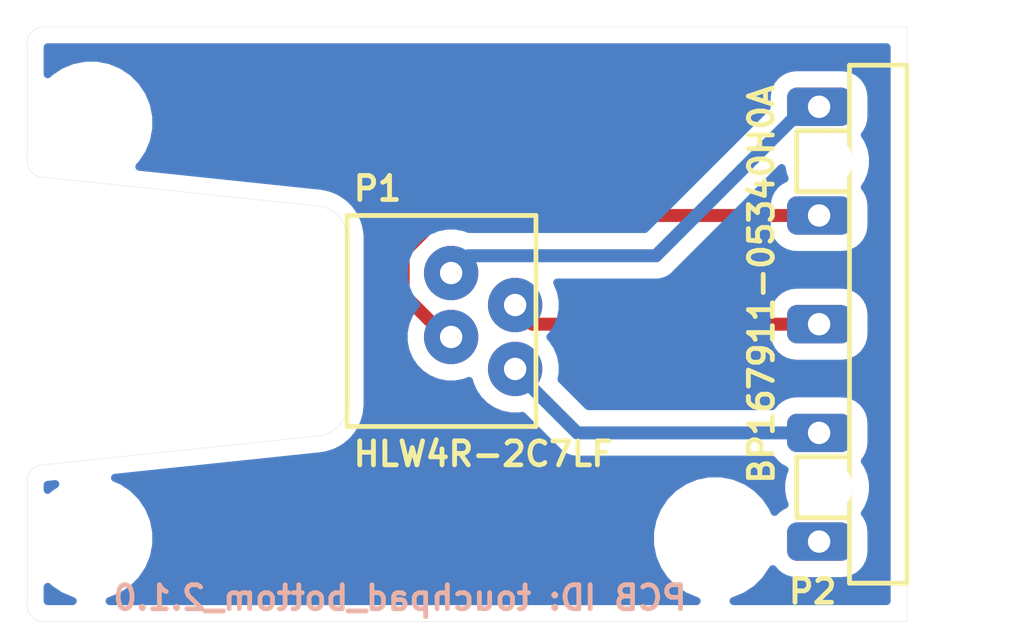
<source format=kicad_pcb>
(kicad_pcb (version 20171130) (host pcbnew 5.1.6-c6e7f7d~87~ubuntu18.04.1)

  (general
    (thickness 1.6)
    (drawings 18)
    (tracks 15)
    (zones 0)
    (modules 6)
    (nets 6)
  )

  (page A3)
  (title_block
    (title "UHK Touchpad Module - Bottom Board")
    (rev 2.1.0)
    (company "Ultimate Gadget Laboratories Kft.")
  )

  (layers
    (0 F.Cu signal)
    (31 B.Cu signal)
    (32 B.Adhes user)
    (33 F.Adhes user)
    (34 B.Paste user)
    (35 F.Paste user)
    (36 B.SilkS user)
    (37 F.SilkS user)
    (38 B.Mask user)
    (39 F.Mask user)
    (40 Dwgs.User user)
    (41 Cmts.User user)
    (42 Eco1.User user)
    (43 Eco2.User user)
    (44 Edge.Cuts user)
    (45 Margin user)
    (46 B.CrtYd user)
    (47 F.CrtYd user)
  )

  (setup
    (last_trace_width 0.4064)
    (user_trace_width 0.4064)
    (trace_clearance 0.2032)
    (zone_clearance 0.508)
    (zone_45_only no)
    (trace_min 0.2032)
    (via_size 0.889)
    (via_drill 0.635)
    (via_min_size 0.889)
    (via_min_drill 0.508)
    (uvia_size 0.508)
    (uvia_drill 0.127)
    (uvias_allowed no)
    (uvia_min_size 0.508)
    (uvia_min_drill 0.127)
    (edge_width 0.1)
    (segment_width 0.2)
    (pcb_text_width 0.3)
    (pcb_text_size 1.5 1.5)
    (mod_edge_width 0.15)
    (mod_text_size 0.75 0.75)
    (mod_text_width 0.15)
    (pad_size 1.5 1.5)
    (pad_drill 0.6)
    (pad_to_mask_clearance 0)
    (aux_axis_origin 0 0)
    (visible_elements 7FFFEF7F)
    (pcbplotparams
      (layerselection 0x010f0_ffffffff)
      (usegerberextensions false)
      (usegerberattributes false)
      (usegerberadvancedattributes false)
      (creategerberjobfile false)
      (excludeedgelayer true)
      (linewidth 0.150000)
      (plotframeref false)
      (viasonmask false)
      (mode 1)
      (useauxorigin false)
      (hpglpennumber 1)
      (hpglpenspeed 20)
      (hpglpendiameter 15.000000)
      (psnegative false)
      (psa4output false)
      (plotreference true)
      (plotvalue true)
      (plotinvisibletext false)
      (padsonsilk false)
      (subtractmaskfromsilk true)
      (outputformat 1)
      (mirror false)
      (drillshape 0)
      (scaleselection 1)
      (outputdirectory "gerbers"))
  )

  (net 0 "")
  (net 1 /VCC)
  (net 2 /SDA)
  (net 3 /SCL)
  (net 4 /GND)
  (net 5 /MERGE_SENSE)

  (net_class Default "This is the default net class."
    (clearance 0.2032)
    (trace_width 0.2032)
    (via_dia 0.889)
    (via_drill 0.635)
    (uvia_dia 0.508)
    (uvia_drill 0.127)
    (diff_pair_width 0.2032)
    (diff_pair_gap 0.25)
    (add_net /GND)
    (add_net /MERGE_SENSE)
    (add_net /SCL)
    (add_net /SDA)
    (add_net /VCC)
  )

  (module UGL:HLW4R-2C7LF locked (layer F.Cu) (tedit 5F281313) (tstamp 5EC14D4A)
    (at 207.85 143.04 270)
    (descr "FFC connector")
    (path /5D20FAD2)
    (fp_text reference P1 (at -4.139999 -0.95 180) (layer F.SilkS)
      (effects (font (size 0.75 0.75) (thickness 0.15)))
    )
    (fp_text value HLW4R-2C7LF (at 4.160001 -4.25 180) (layer F.SilkS)
      (effects (font (size 0.75 0.75) (thickness 0.15)))
    )
    (fp_line (start -3.3 -5.9) (end 3.3 -5.9) (layer F.SilkS) (width 0.15))
    (fp_line (start 3.3 0) (end 3.3 -5.9) (layer F.SilkS) (width 0.15))
    (fp_line (start -3.3 0) (end -3.3 -5.9) (layer F.SilkS) (width 0.15))
    (fp_line (start -3.3 0) (end 3.3 0) (layer F.SilkS) (width 0.15))
    (pad 1 thru_hole circle (at 1.5 -5.25 270) (size 1.7 1.7) (drill 0.7) (layers *.Cu *.Mask)
      (net 4 /GND))
    (pad 2 thru_hole circle (at 0.5 -3.25 270) (size 1.7 1.7) (drill 0.7) (layers *.Cu *.Mask)
      (net 2 /SDA))
    (pad 3 thru_hole circle (at -0.5 -5.25 270) (size 1.7 1.7) (drill 0.7) (layers *.Cu *.Mask)
      (net 3 /SCL))
    (pad 4 thru_hole circle (at -1.5 -3.25 270) (size 1.7 1.7) (drill 0.7) (layers *.Cu *.Mask)
      (net 1 /VCC))
  )

  (module UGL:hole_2.8mm locked (layer F.Cu) (tedit 5EC1543E) (tstamp 5295D75B)
    (at 219.35 149.839996)
    (attr virtual)
    (fp_text reference "" (at 0 0) (layer F.SilkS)
      (effects (font (size 1.27 1.27) (thickness 0.15)))
    )
    (fp_text value "" (at 0 0) (layer F.SilkS)
      (effects (font (size 1.27 1.27) (thickness 0.15)))
    )
    (pad "" np_thru_hole circle (at 0 0) (size 2.8 2.8) (drill 2.8) (layers *.Cu *.Mask))
  )

  (module UGL:hole_2.8mm locked (layer F.Cu) (tedit 5EC1543E) (tstamp 5295D75B)
    (at 199.85 149.839996)
    (attr virtual)
    (fp_text reference "" (at 0 0) (layer F.SilkS)
      (effects (font (size 1.27 1.27) (thickness 0.15)))
    )
    (fp_text value "" (at 0 0) (layer F.SilkS)
      (effects (font (size 1.27 1.27) (thickness 0.15)))
    )
    (pad "" np_thru_hole circle (at 0 0) (size 2.8 2.8) (drill 2.8) (layers *.Cu *.Mask))
  )

  (module UGL:hole_2.8mm locked (layer F.Cu) (tedit 5EC1543E) (tstamp 5295D75B)
    (at 199.85 136.839997)
    (attr virtual)
    (fp_text reference "" (at 0 0) (layer F.SilkS)
      (effects (font (size 1.27 1.27) (thickness 0.15)))
    )
    (fp_text value "" (at 0 0) (layer F.SilkS)
      (effects (font (size 1.27 1.27) (thickness 0.15)))
    )
    (pad "" np_thru_hole circle (at 0 0) (size 2.8 2.8) (drill 2.8) (layers *.Cu *.Mask))
  )

  (module UGL:UHK_Logo_12x3.4_mm (layer B.Cu) (tedit 0) (tstamp 5EC14995)
    (at 211.1 136.7 180)
    (attr virtual)
    (fp_text reference G*** (at 0 0) (layer B.SilkS) hide
      (effects (font (size 1.524 1.524) (thickness 0.3)) (justify mirror))
    )
    (fp_text value LOGO (at 0.75 0) (layer B.SilkS) hide
      (effects (font (size 1.524 1.524) (thickness 0.3)) (justify mirror))
    )
    (fp_poly (pts (xy 2.621935 -1.146433) (xy 2.621878 -1.230521) (xy 2.623023 -1.294078) (xy 2.62735 -1.339968)
      (xy 2.636834 -1.371056) (xy 2.653454 -1.390208) (xy 2.679187 -1.400289) (xy 2.71601 -1.404165)
      (xy 2.765901 -1.4047) (xy 2.800116 -1.404608) (xy 2.926267 -1.404608) (xy 2.926267 -0.9247)
      (xy 3.055023 -0.9247) (xy 3.055005 -1.255368) (xy 3.054859 -1.353899) (xy 3.054331 -1.431859)
      (xy 3.053262 -1.492085) (xy 3.051496 -1.537416) (xy 3.048877 -1.57069) (xy 3.045248 -1.594743)
      (xy 3.040451 -1.612415) (xy 3.034521 -1.626172) (xy 3.015706 -1.658417) (xy 2.994476 -1.681734)
      (xy 2.966678 -1.697742) (xy 2.928157 -1.708058) (xy 2.874759 -1.714299) (xy 2.802331 -1.718081)
      (xy 2.798038 -1.718238) (xy 2.645346 -1.723752) (xy 2.645346 -1.591889) (xy 2.77176 -1.591889)
      (xy 2.835594 -1.59085) (xy 2.879515 -1.587017) (xy 2.90696 -1.579316) (xy 2.921363 -1.566674)
      (xy 2.926159 -1.548017) (xy 2.926267 -1.543591) (xy 2.924087 -1.535606) (xy 2.915241 -1.529849)
      (xy 2.896269 -1.525831) (xy 2.863713 -1.523063) (xy 2.814112 -1.521054) (xy 2.756736 -1.519596)
      (xy 2.587204 -1.515806) (xy 2.550193 -1.478761) (xy 2.53277 -1.458651) (xy 2.519334 -1.435395)
      (xy 2.509373 -1.405792) (xy 2.502375 -1.366642) (xy 2.497828 -1.314746) (xy 2.49522 -1.246903)
      (xy 2.49404 -1.159914) (xy 2.493877 -1.126613) (xy 2.49318 -0.9247) (xy 2.621935 -0.9247)
      (xy 2.621935 -1.146433)) (layer B.Mask) (width 0.01))
    (fp_poly (pts (xy 0.035115 1.682544) (xy 0.033666 1.652744) (xy 0.02982 1.608194) (xy 0.024333 1.557344)
      (xy 0.022809 1.544762) (xy -0.014127 1.326161) (xy -0.069282 1.11562) (xy -0.141711 0.915805)
      (xy -0.23047 0.729383) (xy -0.317346 0.584504) (xy -0.373751 0.507921) (xy -0.443438 0.426154)
      (xy -0.521137 0.344522) (xy -0.601581 0.268345) (xy -0.679503 0.202942) (xy -0.734493 0.163256)
      (xy -0.775327 0.135817) (xy -0.80751 0.113054) (xy -0.826862 0.097989) (xy -0.830582 0.093783)
      (xy -0.821137 0.085227) (xy -0.796501 0.067877) (xy -0.761493 0.045082) (xy -0.751573 0.038855)
      (xy -0.623753 -0.053508) (xy -0.502449 -0.166414) (xy -0.389494 -0.297471) (xy -0.286727 -0.444284)
      (xy -0.195981 -0.604459) (xy -0.119094 -0.775602) (xy -0.111011 -0.796435) (xy -0.083083 -0.87758)
      (xy -0.055691 -0.971657) (xy -0.029962 -1.07335) (xy -0.00702 -1.177342) (xy 0.01201 -1.278318)
      (xy 0.026005 -1.37096) (xy 0.033838 -1.449951) (xy 0.035115 -1.487143) (xy 0.035115 -1.521659)
      (xy -0.433088 -1.521659) (xy -0.43332 -1.436797) (xy -0.443613 -1.282989) (xy -0.472591 -1.128027)
      (xy -0.518641 -0.977213) (xy -0.580153 -0.835844) (xy -0.653848 -0.711624) (xy -0.708203 -0.641365)
      (xy -0.775441 -0.567187) (xy -0.848869 -0.495744) (xy -0.921791 -0.433695) (xy -0.965668 -0.401605)
      (xy -1.091697 -0.327389) (xy -1.233271 -0.262459) (xy -1.383576 -0.209162) (xy -1.5358 -0.169849)
      (xy -1.683128 -0.146867) (xy -1.711866 -0.144403) (xy -1.814286 -0.136955) (xy -1.814286 -1.521659)
      (xy -2.282489 -1.521659) (xy -2.282489 -0.14046) (xy -3.675392 -0.14046) (xy -3.675392 -0.303038)
      (xy -3.684874 -0.485047) (xy -3.71291 -0.655463) (xy -3.758885 -0.813402) (xy -3.822182 -0.95798)
      (xy -3.902186 -1.088313) (xy -3.99828 -1.203516) (xy -4.10985 -1.302704) (xy -4.236279 -1.384995)
      (xy -4.376952 -1.449503) (xy -4.500599 -1.488033) (xy -4.565675 -1.500303) (xy -4.647519 -1.509486)
      (xy -4.739672 -1.515406) (xy -4.835675 -1.517887) (xy -4.929068 -1.516754) (xy -5.013392 -1.51183)
      (xy -5.077785 -1.503736) (xy -5.218118 -1.472023) (xy -5.341827 -1.428095) (xy -5.453511 -1.369619)
      (xy -5.557769 -1.294258) (xy -5.641843 -1.217327) (xy -5.737021 -1.109562) (xy -5.815931 -0.991937)
      (xy -5.880066 -0.861531) (xy -5.930921 -0.715424) (xy -5.961672 -0.591778) (xy -5.965902 -0.571433)
      (xy -5.969627 -0.551591) (xy -5.97288 -0.530699) (xy -5.975693 -0.507206) (xy -5.978098 -0.479559)
      (xy -5.980129 -0.446206) (xy -5.981816 -0.405595) (xy -5.983193 -0.356173) (xy -5.984293 -0.296388)
      (xy -5.985146 -0.224689) (xy -5.985786 -0.139522) (xy -5.986245 -0.039336) (xy -5.986555 0.077421)
      (xy -5.986748 0.212302) (xy -5.986858 0.36686) (xy -5.986916 0.542645) (xy -5.986932 0.620369)
      (xy -5.987143 1.714793) (xy -5.756256 1.717966) (xy -5.525369 1.721137) (xy -5.522006 0.617689)
      (xy -5.521455 0.427751) (xy -5.520962 0.259693) (xy -5.52043 0.111983) (xy -5.51976 -0.016908)
      (xy -5.518851 -0.128511) (xy -5.517607 -0.224355) (xy -5.515927 -0.305972) (xy -5.513713 -0.374892)
      (xy -5.510866 -0.432645) (xy -5.507287 -0.480761) (xy -5.502878 -0.520771) (xy -5.497539 -0.554204)
      (xy -5.491171 -0.582592) (xy -5.483677 -0.607465) (xy -5.474956 -0.630353) (xy -5.46491 -0.652786)
      (xy -5.453441 -0.676294) (xy -5.440449 -0.702408) (xy -5.436165 -0.711133) (xy -5.374017 -0.812597)
      (xy -5.294822 -0.898571) (xy -5.200089 -0.967835) (xy -5.091326 -1.01917) (xy -5.031724 -1.037848)
      (xy -4.964251 -1.05017) (xy -4.882779 -1.056615) (xy -4.795911 -1.057203) (xy -4.712246 -1.051951)
      (xy -4.640386 -1.040878) (xy -4.624438 -1.036978) (xy -4.507853 -0.995004) (xy -4.407363 -0.936193)
      (xy -4.32235 -0.859993) (xy -4.252192 -0.765853) (xy -4.197627 -0.656578) (xy -4.186824 -0.629689)
      (xy -4.177274 -0.604371) (xy -4.168901 -0.579075) (xy -4.161626 -0.552248) (xy -4.155373 -0.52234)
      (xy -4.150065 -0.487799) (xy -4.145623 -0.447074) (xy -4.141972 -0.398614) (xy -4.139032 -0.340868)
      (xy -4.136728 -0.272284) (xy -4.134982 -0.191311) (xy -4.133716 -0.096399) (xy -4.132853 0.014005)
      (xy -4.132317 0.14145) (xy -4.132029 0.28749) (xy -4.131912 0.453674) (xy -4.13189 0.641553)
      (xy -4.13189 1.720645) (xy -3.675392 1.720645) (xy -3.675392 0.327742) (xy -2.282489 0.327742)
      (xy -2.282489 1.721139) (xy -2.051313 1.717967) (xy -1.820138 1.714793) (xy -1.817119 1.019764)
      (xy -1.814099 0.324736) (xy -1.729331 0.332992) (xy -1.547289 0.360099) (xy -1.371732 0.404726)
      (xy -1.205542 0.465685) (xy -1.051601 0.541786) (xy -0.912792 0.631841) (xy -0.820365 0.70781)
      (xy -0.735312 0.797427) (xy -0.655663 0.904271) (xy -0.585229 1.022213) (xy -0.527819 1.145125)
      (xy -0.499631 1.223697) (xy -0.472294 1.320696) (xy -0.453176 1.414012) (xy -0.440518 1.5136)
      (xy -0.43459 1.59189) (xy -0.427235 1.714793) (xy -0.19606 1.717967) (xy 0.035115 1.721139)
      (xy 0.035115 1.682544)) (layer B.Mask) (width 0.01))
    (fp_poly (pts (xy 1.205622 -0.83106) (xy 1.206255 -0.887609) (xy 1.207987 -0.934557) (xy 1.210568 -0.967576)
      (xy 1.213747 -0.98234) (xy 1.214401 -0.982724) (xy 1.225836 -0.97566) (xy 1.252785 -0.956206)
      (xy 1.292403 -0.926503) (xy 1.341846 -0.88869) (xy 1.398273 -0.844907) (xy 1.416313 -0.830789)
      (xy 1.609447 -0.679356) (xy 1.706014 -0.679125) (xy 1.750246 -0.679486) (xy 1.783821 -0.680649)
      (xy 1.801283 -0.682391) (xy 1.802581 -0.683071) (xy 1.793625 -0.690925) (xy 1.768313 -0.711072)
      (xy 1.728978 -0.741709) (xy 1.677953 -0.78103) (xy 1.617572 -0.827231) (xy 1.550168 -0.878509)
      (xy 1.53391 -0.890836) (xy 1.465145 -0.943189) (xy 1.402847 -0.991091) (xy 1.349358 -1.032702)
      (xy 1.307024 -1.066181) (xy 1.278188 -1.089688) (xy 1.265195 -1.101382) (xy 1.264694 -1.102197)
      (xy 1.2735 -1.11101) (xy 1.298652 -1.132078) (xy 1.337814 -1.163551) (xy 1.38865 -1.203576)
      (xy 1.448825 -1.250302) (xy 1.516002 -1.301877) (xy 1.530438 -1.312888) (xy 1.796728 -1.515806)
      (xy 1.699616 -1.519215) (xy 1.602504 -1.522623) (xy 1.406989 -1.370583) (xy 1.211475 -1.218544)
      (xy 1.208209 -1.370101) (xy 1.204943 -1.521659) (xy 1.076866 -1.521659) (xy 1.076866 -0.678894)
      (xy 1.205622 -0.678894) (xy 1.205622 -0.83106)) (layer B.Mask) (width 0.01))
    (fp_poly (pts (xy 2.241422 -0.926329) (xy 2.276901 -0.928087) (xy 2.30186 -0.93186) (xy 2.320592 -0.938059)
      (xy 2.33739 -0.947093) (xy 2.338792 -0.947959) (xy 2.379577 -0.986538) (xy 2.403162 -1.040342)
      (xy 2.409111 -1.10826) (xy 2.408 -1.125086) (xy 2.400028 -1.178103) (xy 2.385028 -1.217856)
      (xy 2.359973 -1.246319) (xy 2.321837 -1.265465) (xy 2.26759 -1.277268) (xy 2.194205 -1.283701)
      (xy 2.162511 -1.285082) (xy 2.024977 -1.290023) (xy 2.024977 -1.158802) (xy 2.135218 -1.158802)
      (xy 2.19624 -1.158235) (xy 2.237635 -1.155621) (xy 2.263178 -1.14959) (xy 2.276641 -1.138768)
      (xy 2.281799 -1.121786) (xy 2.282488 -1.105288) (xy 2.279392 -1.079258) (xy 2.267806 -1.061299)
      (xy 2.244279 -1.050012) (xy 2.205365 -1.043996) (xy 2.147615 -1.04185) (xy 2.126076 -1.041751)
      (xy 2.070095 -1.042182) (xy 2.030389 -1.045764) (xy 2.004161 -1.055926) (xy 1.988617 -1.0761)
      (xy 1.980965 -1.109714) (xy 1.978409 -1.1602) (xy 1.978157 -1.223352) (xy 1.978285 -1.286689)
      (xy 1.980746 -1.333249) (xy 1.988658 -1.36561) (xy 2.005136 -1.386348) (xy 2.033297 -1.398042)
      (xy 2.076258 -1.403269) (xy 2.137135 -1.404606) (xy 2.197305 -1.404608) (xy 2.364424 -1.404608)
      (xy 2.364424 -1.521659) (xy 2.167169 -1.521659) (xy 2.094279 -1.52148) (xy 2.040791 -1.520641)
      (xy 2.002698 -1.518692) (xy 1.975993 -1.51518) (xy 1.956668 -1.509655) (xy 1.940716 -1.501664)
      (xy 1.930312 -1.494971) (xy 1.906494 -1.477534) (xy 1.888838 -1.459437) (xy 1.876502 -1.437047)
      (xy 1.86864 -1.406732) (xy 1.864408 -1.364861) (xy 1.862964 -1.307801) (xy 1.863462 -1.231921)
      (xy 1.863805 -1.208743) (xy 1.866958 -1.007026) (xy 1.905193 -0.968789) (xy 1.943427 -0.930553)
      (xy 2.121736 -0.927219) (xy 2.191132 -0.926176) (xy 2.241422 -0.926329)) (layer B.Mask) (width 0.01))
    (fp_poly (pts (xy 3.277419 -1.381777) (xy 3.309608 -1.394126) (xy 3.339349 -1.40054) (xy 3.381859 -1.403637)
      (xy 3.430993 -1.403722) (xy 3.480606 -1.4011) (xy 3.524552 -1.396074) (xy 3.556685 -1.388951)
      (xy 3.570306 -1.381198) (xy 3.574538 -1.363261) (xy 3.578055 -1.327028) (xy 3.58051 -1.277613)
      (xy 3.581558 -1.220126) (xy 3.581572 -1.214812) (xy 3.581438 -1.147949) (xy 3.578726 -1.10098)
      (xy 3.57025 -1.070396) (xy 3.552828 -1.052689) (xy 3.523275 -1.04435) (xy 3.478406 -1.041871)
      (xy 3.424502 -1.041751) (xy 3.312534 -1.041751) (xy 3.312534 -0.9247) (xy 3.453577 -0.9247)
      (xy 3.530354 -0.925982) (xy 3.589705 -0.931594) (xy 3.633856 -0.944186) (xy 3.665036 -0.966407)
      (xy 3.685475 -1.000907) (xy 3.697401 -1.050334) (xy 3.703042 -1.117339) (xy 3.704628 -1.20457)
      (xy 3.704654 -1.223179) (xy 3.703566 -1.314435) (xy 3.698663 -1.38497) (xy 3.687485 -1.437432)
      (xy 3.667573 -1.47447) (xy 3.636467 -1.498735) (xy 3.591708 -1.512875) (xy 3.530838 -1.519539)
      (xy 3.451396 -1.521377) (xy 3.427816 -1.521392) (xy 3.357425 -1.520562) (xy 3.306022 -1.518053)
      (xy 3.269218 -1.513422) (xy 3.242624 -1.506226) (xy 3.231959 -1.501614) (xy 3.192252 -1.469448)
      (xy 3.170764 -1.434576) (xy 3.164566 -1.419039) (xy 3.159664 -1.400937) (xy 3.155908 -1.377473)
      (xy 3.153144 -1.34585) (xy 3.151222 -1.303271) (xy 3.149988 -1.246939) (xy 3.14929 -1.174057)
      (xy 3.148977 -1.081829) (xy 3.148921 -1.032972) (xy 3.148663 -0.678894) (xy 3.277419 -0.678894)
      (xy 3.277419 -1.381777)) (layer B.Mask) (width 0.01))
    (fp_poly (pts (xy 4.162543 -0.925684) (xy 4.228163 -0.930343) (xy 4.276827 -0.941405) (xy 4.311059 -0.961552)
      (xy 4.333378 -0.993466) (xy 4.346306 -1.039832) (xy 4.352364 -1.103331) (xy 4.354074 -1.186646)
      (xy 4.354113 -1.219133) (xy 4.353555 -1.298979) (xy 4.351423 -1.359151) (xy 4.346785 -1.403376)
      (xy 4.338707 -1.435382) (xy 4.326257 -1.458895) (xy 4.308502 -1.477644) (xy 4.28508 -1.494971)
      (xy 4.267231 -1.5058) (xy 4.248358 -1.513237) (xy 4.223776 -1.517911) (xy 4.188804 -1.520449)
      (xy 4.138758 -1.521479) (xy 4.086264 -1.52164) (xy 4.016776 -1.52103) (xy 3.966118 -1.518907)
      (xy 3.929733 -1.514805) (xy 3.903064 -1.508257) (xy 3.886083 -1.501157) (xy 3.857345 -1.483636)
      (xy 3.836039 -1.461509) (xy 3.821122 -1.431273) (xy 3.811553 -1.389425) (xy 3.806289 -1.33246)
      (xy 3.804288 -1.256875) (xy 3.804166 -1.22573) (xy 3.804264 -1.218197) (xy 3.932902 -1.218197)
      (xy 3.932903 -1.22301) (xy 3.933243 -1.287476) (xy 3.934577 -1.332429) (xy 3.937376 -1.361757)
      (xy 3.942113 -1.379351) (xy 3.949259 -1.3891) (xy 3.953387 -1.391965) (xy 3.979344 -1.399459)
      (xy 4.02095 -1.403676) (xy 4.071103 -1.40477) (xy 4.122705 -1.402895) (xy 4.168655 -1.398203)
      (xy 4.201853 -1.390849) (xy 4.21122 -1.386387) (xy 4.222104 -1.377341) (xy 4.229442 -1.365356)
      (xy 4.233928 -1.346079) (xy 4.236258 -1.315159) (xy 4.237126 -1.268241) (xy 4.237235 -1.223352)
      (xy 4.236883 -1.154625) (xy 4.233966 -1.105876) (xy 4.225689 -1.073676) (xy 4.209257 -1.054594)
      (xy 4.181877 -1.045199) (xy 4.140754 -1.042061) (xy 4.089316 -1.041751) (xy 4.030047 -1.041925)
      (xy 3.988014 -1.044733) (xy 3.96026 -1.053601) (xy 3.943829 -1.071955) (xy 3.935763 -1.103221)
      (xy 3.933106 -1.150827) (xy 3.932902 -1.218197) (xy 3.804264 -1.218197) (xy 3.805366 -1.134036)
      (xy 3.810584 -1.063062) (xy 3.822212 -1.010172) (xy 3.842641 -0.972733) (xy 3.874264 -0.948109)
      (xy 3.919472 -0.933665) (xy 3.980658 -0.926768) (xy 4.060214 -0.924783) (xy 4.077448 -0.924744)
      (xy 4.162543 -0.925684)) (layer B.Mask) (width 0.01))
    (fp_poly (pts (xy 4.705242 -0.926888) (xy 4.915738 -0.930553) (xy 4.953975 -0.968789) (xy 4.992212 -1.007026)
      (xy 4.995511 -1.208743) (xy 4.996525 -1.282872) (xy 4.996555 -1.337535) (xy 4.995261 -1.376669)
      (xy 4.992304 -1.40421) (xy 4.987345 -1.424094) (xy 4.980044 -1.440257) (xy 4.97477 -1.449206)
      (xy 4.953908 -1.476389) (xy 4.927613 -1.496077) (xy 4.892086 -1.509353) (xy 4.843527 -1.5173)
      (xy 4.778137 -1.520999) (xy 4.720445 -1.52164) (xy 4.652552 -1.520935) (xy 4.603293 -1.518498)
      (xy 4.567921 -1.51382) (xy 4.541692 -1.506391) (xy 4.529862 -1.501157) (xy 4.490172 -1.469227)
      (xy 4.463179 -1.423127) (xy 4.449177 -1.368542) (xy 4.448459 -1.311155) (xy 4.46132 -1.256652)
      (xy 4.488055 -1.210718) (xy 4.513633 -1.187727) (xy 4.532718 -1.177581) (xy 4.557678 -1.170462)
      (xy 4.593267 -1.165647) (xy 4.644234 -1.162411) (xy 4.690806 -1.160721) (xy 4.834193 -1.156394)
      (xy 4.834193 -1.287557) (xy 4.710913 -1.287557) (xy 4.655838 -1.287845) (xy 4.619667 -1.289301)
      (xy 4.597894 -1.292819) (xy 4.586017 -1.299289) (xy 4.579529 -1.309603) (xy 4.577843 -1.313894)
      (xy 4.57241 -1.341808) (xy 4.574003 -1.357788) (xy 4.585519 -1.378767) (xy 4.605871 -1.392654)
      (xy 4.639131 -1.400706) (xy 4.68937 -1.404186) (xy 4.725232 -1.404608) (xy 4.783671 -1.4038)
      (xy 4.825298 -1.399113) (xy 4.852964 -1.387155) (xy 4.869519 -1.364533) (xy 4.877812 -1.327856)
      (xy 4.880692 -1.27373) (xy 4.881014 -1.219141) (xy 4.880923 -1.156578) (xy 4.878553 -1.110758)
      (xy 4.870756 -1.079081) (xy 4.854382 -1.058942) (xy 4.826285 -1.047738) (xy 4.783316 -1.042867)
      (xy 4.722327 -1.041725) (xy 4.666475 -1.041751) (xy 4.494746 -1.041751) (xy 4.494746 -0.923222)
      (xy 4.705242 -0.926888)) (layer B.Mask) (width 0.01))
    (fp_poly (pts (xy 5.372627 -1.041751) (xy 5.314937 -1.041751) (xy 5.28421 -1.042331) (xy 5.260992 -1.045989)
      (xy 5.24423 -1.055601) (xy 5.232874 -1.074044) (xy 5.225871 -1.104194) (xy 5.222169 -1.148929)
      (xy 5.220716 -1.211124) (xy 5.220461 -1.293656) (xy 5.220461 -1.521659) (xy 5.10341 -1.521659)
      (xy 5.10341 -1.280547) (xy 5.103891 -1.187498) (xy 5.10578 -1.114866) (xy 5.109749 -1.059668)
      (xy 5.116466 -1.018924) (xy 5.126602 -0.989651) (xy 5.140827 -0.968868) (xy 5.159812 -0.953593)
      (xy 5.17924 -0.943162) (xy 5.217353 -0.931811) (xy 5.268963 -0.925494) (xy 5.295386 -0.9247)
      (xy 5.372627 -0.9247) (xy 5.372627 -1.041751)) (layer B.Mask) (width 0.01))
    (fp_poly (pts (xy 5.937396 -0.681208) (xy 5.998848 -0.684746) (xy 6.0024 -0.983225) (xy 6.003521 -1.096349)
      (xy 6.003745 -1.188632) (xy 6.002809 -1.262637) (xy 6.000448 -1.320927) (xy 5.996399 -1.366063)
      (xy 5.990397 -1.400606) (xy 5.982178 -1.427119) (xy 5.971478 -1.448163) (xy 5.958033 -1.466301)
      (xy 5.951881 -1.473258) (xy 5.912918 -1.515806) (xy 5.739339 -1.518706) (xy 5.662635 -1.519275)
      (xy 5.605768 -1.517897) (xy 5.565226 -1.514343) (xy 5.5375 -1.508387) (xy 5.528602 -1.505011)
      (xy 5.500608 -1.490146) (xy 5.479866 -1.471743) (xy 5.465211 -1.446202) (xy 5.455473 -1.409923)
      (xy 5.449485 -1.359307) (xy 5.44608 -1.290753) (xy 5.444949 -1.247141) (xy 5.444139 -1.161094)
      (xy 5.44638 -1.094877) (xy 5.452457 -1.045017) (xy 5.463158 -1.008046) (xy 5.479266 -0.98049)
      (xy 5.50157 -0.95888) (xy 5.511892 -0.951464) (xy 5.530795 -0.940109) (xy 5.550839 -0.932493)
      (xy 5.577071 -0.927883) (xy 5.614541 -0.925547) (xy 5.668294 -0.924751) (xy 5.696247 -0.9247)
      (xy 5.840829 -0.9247) (xy 5.840829 -1.041751) (xy 5.728862 -1.041751) (xy 5.669395 -1.041914)
      (xy 5.627181 -1.044682) (xy 5.599268 -1.053473) (xy 5.582705 -1.071704) (xy 5.574542 -1.102793)
      (xy 5.571827 -1.150158) (xy 5.571611 -1.217216) (xy 5.571613 -1.223881) (xy 5.571613 -1.381777)
      (xy 5.601637 -1.393193) (xy 5.635304 -1.400718) (xy 5.68171 -1.404502) (xy 5.733631 -1.404742)
      (xy 5.783839 -1.401636) (xy 5.825111 -1.395383) (xy 5.84993 -1.386387) (xy 5.857377 -1.380696)
      (xy 5.863247 -1.3735) (xy 5.867728 -1.362179) (xy 5.871007 -1.344111) (xy 5.873272 -1.316675)
      (xy 5.87471 -1.27725) (xy 5.87551 -1.223216) (xy 5.875858 -1.151951) (xy 5.875943 -1.060835)
      (xy 5.875945 -1.022918) (xy 5.875945 -0.67767) (xy 5.937396 -0.681208)) (layer B.Mask) (width 0.01))
    (fp_poly (pts (xy 4.785591 0.274792) (xy 4.834866 0.273629) (xy 4.869201 0.271084) (xy 4.892829 0.266662)
      (xy 4.909984 0.259866) (xy 4.924049 0.250827) (xy 4.946202 0.23331) (xy 4.963487 0.215102)
      (xy 4.97646 0.193203) (xy 4.985678 0.164611) (xy 4.991697 0.126325) (xy 4.995074 0.075345)
      (xy 4.996365 0.008669) (xy 4.996127 -0.076704) (xy 4.995524 -0.134608) (xy 4.994334 -0.223852)
      (xy 4.992959 -0.292786) (xy 4.991141 -0.344512) (xy 4.988624 -0.38213) (xy 4.985147 -0.408742)
      (xy 4.980454 -0.427447) (xy 4.974286 -0.441347) (xy 4.969335 -0.449316) (xy 4.947521 -0.474942)
      (xy 4.919614 -0.493232) (xy 4.881681 -0.50526) (xy 4.829792 -0.512103) (xy 4.760013 -0.514837)
      (xy 4.729224 -0.515023) (xy 4.588387 -0.515023) (xy 4.588387 -0.397972) (xy 4.698823 -0.397972)
      (xy 4.75092 -0.396781) (xy 4.797132 -0.393594) (xy 4.830339 -0.388991) (xy 4.839284 -0.386557)
      (xy 4.869309 -0.375141) (xy 4.869309 -0.125534) (xy 4.868842 -0.032976) (xy 4.86738 0.037876)
      (xy 4.864835 0.088709) (xy 4.861115 0.12121) (xy 4.856132 0.137066) (xy 4.855263 0.13812)
      (xy 4.835145 0.145498) (xy 4.792905 0.150205) (xy 4.72969 0.152125) (xy 4.717143 0.152166)
      (xy 4.65053 0.150724) (xy 4.6047 0.146475) (xy 4.5808 0.139536) (xy 4.579023 0.13812)
      (xy 4.572022 0.118842) (xy 4.567428 0.07719) (xy 4.565209 0.012786) (xy 4.564977 -0.02341)
      (xy 4.566146 -0.098091) (xy 4.569675 -0.149854) (xy 4.575598 -0.179074) (xy 4.579023 -0.18494)
      (xy 4.599121 -0.192348) (xy 4.641057 -0.197071) (xy 4.703392 -0.198957) (xy 4.713631 -0.198986)
      (xy 4.834193 -0.198986) (xy 4.834193 -0.330149) (xy 4.690276 -0.326019) (xy 4.618593 -0.322833)
      (xy 4.565846 -0.317014) (xy 4.527587 -0.30706) (xy 4.499368 -0.291467) (xy 4.476743 -0.268731)
      (xy 4.462721 -0.249093) (xy 4.454759 -0.233798) (xy 4.449097 -0.213487) (xy 4.445369 -0.18425)
      (xy 4.443204 -0.14218) (xy 4.442236 -0.083368) (xy 4.442074 -0.029786) (xy 4.442712 0.050994)
      (xy 4.44524 0.112171) (xy 4.45058 0.157533) (xy 4.459651 0.190866) (xy 4.473374 0.215958)
      (xy 4.492671 0.236597) (xy 4.510236 0.250607) (xy 4.525089 0.260176) (xy 4.542297 0.26688)
      (xy 4.566095 0.271222) (xy 4.600715 0.2737) (xy 4.650391 0.274815) (xy 4.717143 0.275069)
      (xy 4.785591 0.274792)) (layer B.Mask) (width 0.01))
    (fp_poly (pts (xy 1.205622 0.187281) (xy 1.556774 0.187281) (xy 1.556774 0.515023) (xy 1.68553 0.515023)
      (xy 1.68553 -0.327742) (xy 1.556774 -0.327742) (xy 1.556774 0.058526) (xy 1.205622 0.058526)
      (xy 1.205622 -0.327742) (xy 1.076866 -0.327742) (xy 1.076866 0.515023) (xy 1.205622 0.515023)
      (xy 1.205622 0.187281)) (layer B.Mask) (width 0.01))
    (fp_poly (pts (xy 2.016754 0.278963) (xy 2.098428 0.276908) (xy 2.160335 0.273661) (xy 2.206113 0.268246)
      (xy 2.239404 0.259687) (xy 2.263848 0.247007) (xy 2.283086 0.229232) (xy 2.300758 0.205385)
      (xy 2.302809 0.202278) (xy 2.310644 0.187277) (xy 2.316254 0.167378) (xy 2.319989 0.138753)
      (xy 2.3222 0.097576) (xy 2.323237 0.040018) (xy 2.323456 -0.023376) (xy 2.323132 -0.097551)
      (xy 2.321925 -0.152149) (xy 2.319486 -0.191) (xy 2.315465 -0.217931) (xy 2.30951 -0.236769)
      (xy 2.302809 -0.249064) (xy 2.282158 -0.276749) (xy 2.259347 -0.296557) (xy 2.23007 -0.30986)
      (xy 2.190019 -0.31803) (xy 2.134888 -0.32244) (xy 2.066485 -0.324366) (xy 2.005903 -0.324504)
      (xy 1.951062 -0.323087) (xy 1.90767 -0.320365) (xy 1.881434 -0.316589) (xy 1.88006 -0.316191)
      (xy 1.830216 -0.289191) (xy 1.794231 -0.246572) (xy 1.773511 -0.192538) (xy 1.769464 -0.131293)
      (xy 1.783497 -0.067042) (xy 1.790757 -0.049306) (xy 1.808689 -0.017497) (xy 1.831708 0.005422)
      (xy 1.863627 0.020795) (xy 1.908256 0.029964) (xy 1.969405 0.034269) (xy 2.030453 0.035116)
      (xy 2.165438 0.035116) (xy 2.165438 -0.081935) (xy 2.05347 -0.081935) (xy 1.988533 -0.083338)
      (xy 1.943611 -0.08833) (xy 1.915434 -0.09809) (xy 1.900733 -0.113792) (xy 1.896238 -0.136616)
      (xy 1.896221 -0.138531) (xy 1.898556 -0.16339) (xy 1.907977 -0.180404) (xy 1.928111 -0.191016)
      (xy 1.962585 -0.196665) (xy 2.015025 -0.198792) (xy 2.048387 -0.198986) (xy 2.114999 -0.197544)
      (xy 2.16083 -0.193295) (xy 2.18473 -0.186356) (xy 2.186507 -0.18494) (xy 2.193508 -0.165662)
      (xy 2.198102 -0.124009) (xy 2.20032 -0.059606) (xy 2.200553 -0.02341) (xy 2.199384 0.051271)
      (xy 2.195854 0.103034) (xy 2.189932 0.132255) (xy 2.186507 0.13812) (xy 2.169975 0.144338)
      (xy 2.133909 0.148691) (xy 2.077055 0.151269) (xy 1.998163 0.152164) (xy 1.993373 0.152166)
      (xy 1.814286 0.152166) (xy 1.814286 0.282856) (xy 2.016754 0.278963)) (layer B.Mask) (width 0.01))
    (fp_poly (pts (xy 2.879447 0.152166) (xy 2.729622 0.152166) (xy 2.654563 0.151033) (xy 2.602326 0.147608)
      (xy 2.57243 0.141848) (xy 2.565751 0.13812) (xy 2.558952 0.11959) (xy 2.554411 0.079452)
      (xy 2.552073 0.017047) (xy 2.551705 -0.030351) (xy 2.552103 -0.094622) (xy 2.553577 -0.139167)
      (xy 2.55655 -0.167661) (xy 2.561442 -0.183781) (xy 2.568674 -0.1912) (xy 2.57022 -0.191881)
      (xy 2.588621 -0.194617) (xy 2.625197 -0.196864) (xy 2.674715 -0.198396) (xy 2.73194 -0.198985)
      (xy 2.734091 -0.198986) (xy 2.879447 -0.198986) (xy 2.879447 -0.327742) (xy 2.718502 -0.327485)
      (xy 2.648368 -0.32677) (xy 2.596865 -0.324555) (xy 2.559233 -0.320347) (xy 2.530715 -0.313651)
      (xy 2.510737 -0.305934) (xy 2.483152 -0.291629) (xy 2.462517 -0.274984) (xy 2.447838 -0.252572)
      (xy 2.438122 -0.220967) (xy 2.432375 -0.176741) (xy 2.429602 -0.116468) (xy 2.428811 -0.036721)
      (xy 2.428802 -0.02341) (xy 2.429293 0.057434) (xy 2.431357 0.118468) (xy 2.435883 0.163285)
      (xy 2.443757 0.195475) (xy 2.455868 0.218629) (xy 2.473102 0.236339) (xy 2.496348 0.252195)
      (xy 2.497023 0.252604) (xy 2.515521 0.261753) (xy 2.53885 0.268369) (xy 2.571292 0.272992)
      (xy 2.617132 0.276162) (xy 2.680654 0.278419) (xy 2.706797 0.279069) (xy 2.879447 0.283069)
      (xy 2.879447 0.152166)) (layer B.Mask) (width 0.01))
    (fp_poly (pts (xy 3.092794 0.307258) (xy 3.095991 0.099493) (xy 3.191006 0.190728) (xy 3.286022 0.281963)
      (xy 3.377705 0.278516) (xy 3.469387 0.275069) (xy 3.303173 0.12909) (xy 3.251165 0.083048)
      (xy 3.205813 0.042199) (xy 3.169845 0.009056) (xy 3.145989 -0.013863) (xy 3.136972 -0.024044)
      (xy 3.136958 -0.024149) (xy 3.145346 -0.03378) (xy 3.168685 -0.056228) (xy 3.204239 -0.088975)
      (xy 3.249274 -0.129503) (xy 3.301053 -0.175292) (xy 3.3026 -0.176649) (xy 3.468242 -0.321889)
      (xy 3.378132 -0.325318) (xy 3.288022 -0.328746) (xy 3.192007 -0.239451) (xy 3.095991 -0.150156)
      (xy 3.090138 -0.236023) (xy 3.084286 -0.321889) (xy 2.961382 -0.328965) (xy 2.961382 0.515023)
      (xy 3.089598 0.515023) (xy 3.092794 0.307258)) (layer B.Mask) (width 0.01))
    (fp_poly (pts (xy 3.675392 -0.327742) (xy 3.558341 -0.327742) (xy 3.558341 0.280922) (xy 3.675392 0.280922)
      (xy 3.675392 -0.327742)) (layer B.Mask) (width 0.01))
    (fp_poly (pts (xy 4.011912 0.278908) (xy 4.104833 0.276985) (xy 4.178479 0.27318) (xy 4.235092 0.265016)
      (xy 4.276912 0.250017) (xy 4.306178 0.225707) (xy 4.32513 0.189609) (xy 4.336009 0.139249)
      (xy 4.341053 0.072149) (xy 4.342504 -0.014167) (xy 4.342581 -0.08663) (xy 4.342581 -0.327742)
      (xy 4.226921 -0.327742) (xy 4.223299 -0.099047) (xy 4.221726 -0.017815) (xy 4.219761 0.042953)
      (xy 4.217143 0.086201) (xy 4.213613 0.114875) (xy 4.208911 0.131921) (xy 4.202776 0.140284)
      (xy 4.20212 0.140728) (xy 4.183935 0.145119) (xy 4.147724 0.14872) (xy 4.09887 0.15114)
      (xy 4.047028 0.151987) (xy 3.909493 0.152166) (xy 3.909493 -0.327742) (xy 3.792442 -0.327742)
      (xy 3.792442 0.282746) (xy 4.011912 0.278908)) (layer B.Mask) (width 0.01))
    (fp_poly (pts (xy 3.687097 0.362857) (xy 3.534931 0.362857) (xy 3.534931 0.515023) (xy 3.687097 0.515023)
      (xy 3.687097 0.362857)) (layer B.Mask) (width 0.01))
    (fp_poly (pts (xy 1.731689 1.367179) (xy 1.731298 1.256781) (xy 1.730328 1.16727) (xy 1.728408 1.096123)
      (xy 1.725163 1.04082) (xy 1.720222 0.998836) (xy 1.713211 0.967651) (xy 1.703758 0.944743)
      (xy 1.69149 0.927587) (xy 1.676034 0.913664) (xy 1.663315 0.904622) (xy 1.648201 0.895227)
      (xy 1.63242 0.888334) (xy 1.612241 0.883555) (xy 1.583932 0.880506) (xy 1.543762 0.878802)
      (xy 1.488001 0.878055) (xy 1.412917 0.877881) (xy 1.404608 0.877881) (xy 1.327486 0.87802)
      (xy 1.270042 0.878695) (xy 1.228546 0.880292) (xy 1.199267 0.883196) (xy 1.178473 0.887793)
      (xy 1.162433 0.894468) (xy 1.147417 0.903607) (xy 1.145901 0.904622) (xy 1.128028 0.917786)
      (xy 1.1136 0.932442) (xy 1.102244 0.951111) (xy 1.093588 0.976315) (xy 1.087259 1.010578)
      (xy 1.082883 1.056421) (xy 1.080089 1.116366) (xy 1.078503 1.192935) (xy 1.077753 1.288651)
      (xy 1.077527 1.367179) (xy 1.076866 1.721868) (xy 1.138318 1.718331) (xy 1.199769 1.714793)
      (xy 1.202775 1.369493) (xy 1.20376 1.269515) (xy 1.204887 1.190399) (xy 1.206316 1.129596)
      (xy 1.208208 1.08456) (xy 1.210724 1.052741) (xy 1.214025 1.031592) (xy 1.218272 1.018565)
      (xy 1.223625 1.011111) (xy 1.225496 1.009563) (xy 1.246164 1.002583) (xy 1.28697 0.997899)
      (xy 1.349098 0.995415) (xy 1.404608 0.994931) (xy 1.482036 0.995965) (xy 1.537328 0.999131)
      (xy 1.57167 1.004527) (xy 1.58372 1.009563) (xy 1.589442 1.015827) (xy 1.594008 1.026891)
      (xy 1.597579 1.045301) (xy 1.600317 1.073607) (xy 1.602381 1.114356) (xy 1.603934 1.170096)
      (xy 1.605136 1.243376) (xy 1.606147 1.336744) (xy 1.606442 1.369493) (xy 1.609447 1.714793)
      (xy 1.670899 1.718331) (xy 1.73235 1.721868) (xy 1.731689 1.367179)) (layer B.Mask) (width 0.01))
    (fp_poly (pts (xy 1.887442 1.718331) (xy 1.948894 1.714793) (xy 1.955042 0.877881) (xy 1.825991 0.877881)
      (xy 1.825991 1.721868) (xy 1.887442 1.718331)) (layer B.Mask) (width 0.01))
    (fp_poly (pts (xy 2.200553 1.474839) (xy 2.305899 1.474839) (xy 2.305899 1.346083) (xy 2.200553 1.346083)
      (xy 2.200553 0.877881) (xy 2.083502 0.877881) (xy 2.083502 1.110617) (xy 2.083397 1.189975)
      (xy 2.082878 1.24903) (xy 2.081642 1.290888) (xy 2.079383 1.318657) (xy 2.075797 1.335443)
      (xy 2.07058 1.344353) (xy 2.063427 1.348494) (xy 2.060092 1.349475) (xy 2.045893 1.357082)
      (xy 2.038845 1.374398) (xy 2.036716 1.407696) (xy 2.036682 1.415218) (xy 2.037895 1.450771)
      (xy 2.042997 1.468657) (xy 2.054178 1.474555) (xy 2.059683 1.474839) (xy 2.070113 1.476655)
      (xy 2.077033 1.48488) (xy 2.081357 1.503682) (xy 2.083999 1.537226) (xy 2.085875 1.58968)
      (xy 2.086019 1.594816) (xy 2.089355 1.714793) (xy 2.144954 1.718361) (xy 2.200553 1.721927)
      (xy 2.200553 1.474839)) (layer B.Mask) (width 0.01))
    (fp_poly (pts (xy 2.51659 0.877881) (xy 2.387834 0.877881) (xy 2.387834 1.474839) (xy 2.51659 1.474839)
      (xy 2.51659 0.877881)) (layer B.Mask) (width 0.01))
    (fp_poly (pts (xy 3.010519 1.474549) (xy 3.090515 1.473274) (xy 3.152604 1.470403) (xy 3.199538 1.465328)
      (xy 3.234066 1.457439) (xy 3.25894 1.446127) (xy 3.276909 1.430781) (xy 3.290724 1.410794)
      (xy 3.302057 1.387939) (xy 3.309689 1.368345) (xy 3.315336 1.3455) (xy 3.319288 1.315696)
      (xy 3.321838 1.275225) (xy 3.323276 1.22038) (xy 3.323895 1.147452) (xy 3.323982 1.109056)
      (xy 3.32424 0.877881) (xy 3.195979 0.877881) (xy 3.189631 1.340231) (xy 3.031613 1.347153)
      (xy 3.031613 0.877881) (xy 2.914562 0.877881) (xy 2.914562 1.346083) (xy 2.750691 1.346083)
      (xy 2.750691 0.877881) (xy 2.621935 0.877881) (xy 2.621935 1.474839) (xy 2.909867 1.474839)
      (xy 3.010519 1.474549)) (layer B.Mask) (width 0.01))
    (fp_poly (pts (xy 3.73289 1.474082) (xy 3.799036 1.471172) (xy 3.848423 1.465145) (xy 3.884362 1.455041)
      (xy 3.910163 1.439898) (xy 3.929136 1.418754) (xy 3.944593 1.390648) (xy 3.945836 1.387939)
      (xy 3.95492 1.363863) (xy 3.96111 1.335536) (xy 3.964884 1.298188) (xy 3.966722 1.247049)
      (xy 3.967103 1.177348) (xy 3.967101 1.17636) (xy 3.965848 1.094292) (xy 3.96194 1.031917)
      (xy 3.954459 0.985582) (xy 3.942491 0.951634) (xy 3.92512 0.926422) (xy 3.901431 0.906292)
      (xy 3.898983 0.904622) (xy 3.881759 0.894119) (xy 3.863644 0.886788) (xy 3.840192 0.882066)
      (xy 3.806958 0.879391) (xy 3.759496 0.878198) (xy 3.693362 0.877924) (xy 3.688292 0.877924)
      (xy 3.619018 0.878331) (xy 3.568823 0.879818) (xy 3.533384 0.882845) (xy 3.508376 0.887872)
      (xy 3.489477 0.895359) (xy 3.481325 0.89995) (xy 3.443274 0.936544) (xy 3.420332 0.990791)
      (xy 3.41243 1.062858) (xy 3.412433 1.067772) (xy 3.416407 1.118592) (xy 3.428887 1.154822)
      (xy 3.436895 1.167265) (xy 3.460083 1.193292) (xy 3.487929 1.211985) (xy 3.524794 1.224697)
      (xy 3.575037 1.23278) (xy 3.643019 1.237589) (xy 3.666613 1.238562) (xy 3.804147 1.243623)
      (xy 3.804147 1.111982) (xy 3.683585 1.111982) (xy 3.62182 1.110998) (xy 3.579762 1.107053)
      (xy 3.553754 1.098661) (xy 3.540137 1.084335) (xy 3.535256 1.062586) (xy 3.534931 1.051527)
      (xy 3.539002 1.027784) (xy 3.553404 1.011473) (xy 3.581415 1.001374) (xy 3.626315 0.996268)
      (xy 3.687097 0.994931) (xy 3.745894 0.995198) (xy 3.787192 0.998338) (xy 3.814074 1.00786)
      (xy 3.82962 1.027275) (xy 3.836915 1.060092) (xy 3.83904 1.109822) (xy 3.839083 1.167993)
      (xy 3.838331 1.225569) (xy 3.836406 1.275154) (xy 3.833591 1.311774) (xy 3.83017 1.330452)
      (xy 3.82981 1.331134) (xy 3.816587 1.337465) (xy 3.784926 1.342339) (xy 3.733297 1.3459)
      (xy 3.660168 1.348287) (xy 3.639782 1.348692) (xy 3.458848 1.351936) (xy 3.45531 1.413387)
      (xy 3.451772 1.474839) (xy 3.646675 1.474839) (xy 3.73289 1.474082)) (layer B.Mask) (width 0.01))
    (fp_poly (pts (xy 4.213825 1.474839) (xy 4.31917 1.474839) (xy 4.31917 1.346083) (xy 4.213825 1.346083)
      (xy 4.213825 0.877881) (xy 4.096774 0.877881) (xy 4.096774 1.110617) (xy 4.096669 1.189975)
      (xy 4.09615 1.24903) (xy 4.094914 1.290888) (xy 4.092655 1.318657) (xy 4.089069 1.335443)
      (xy 4.083852 1.344353) (xy 4.076699 1.348494) (xy 4.073364 1.349475) (xy 4.059165 1.357082)
      (xy 4.052117 1.374398) (xy 4.049987 1.407696) (xy 4.049954 1.415218) (xy 4.051167 1.450771)
      (xy 4.056269 1.468657) (xy 4.06745 1.474555) (xy 4.072954 1.474839) (xy 4.083385 1.476655)
      (xy 4.090305 1.48488) (xy 4.094629 1.503682) (xy 4.097271 1.537226) (xy 4.099147 1.58968)
      (xy 4.099291 1.594816) (xy 4.102627 1.714793) (xy 4.158226 1.718361) (xy 4.213825 1.721927)
      (xy 4.213825 1.474839)) (layer B.Mask) (width 0.01))
    (fp_poly (pts (xy 4.749242 1.472903) (xy 4.816083 1.466032) (xy 4.865136 1.452564) (xy 4.899094 1.430856)
      (xy 4.92065 1.399266) (xy 4.932497 1.356151) (xy 4.937047 1.307007) (xy 4.93778 1.257973)
      (xy 4.933829 1.224061) (xy 4.923844 1.197217) (xy 4.916482 1.184434) (xy 4.893347 1.155442)
      (xy 4.863453 1.134933) (xy 4.822828 1.121678) (xy 4.767498 1.114447) (xy 4.693491 1.112011)
      (xy 4.682403 1.111982) (xy 4.553272 1.111982) (xy 4.553272 1.240738) (xy 4.676426 1.240738)
      (xy 4.731453 1.24101) (xy 4.767685 1.242454) (xy 4.789733 1.246016) (xy 4.802211 1.252637)
      (xy 4.809733 1.263262) (xy 4.812238 1.26852) (xy 4.818637 1.300402) (xy 4.81138 1.321559)
      (xy 4.804279 1.33232) (xy 4.793817 1.339344) (xy 4.775641 1.343269) (xy 4.745396 1.344729)
      (xy 4.698728 1.34436) (xy 4.660936 1.343523) (xy 4.524009 1.340231) (xy 4.520734 1.183832)
      (xy 4.520193 1.106465) (xy 4.522311 1.051887) (xy 4.527117 1.019623) (xy 4.530946 1.011182)
      (xy 4.542076 1.004499) (xy 4.564648 0.999803) (xy 4.601773 0.996825) (xy 4.656562 0.995294)
      (xy 4.718576 0.994931) (xy 4.892719 0.994931) (xy 4.892719 0.877881) (xy 4.696659 0.878053)
      (xy 4.60666 0.879061) (xy 4.539451 0.881928) (xy 4.494482 0.886692) (xy 4.472465 0.892684)
      (xy 4.445499 0.91249) (xy 4.419951 0.939933) (xy 4.419792 0.940146) (xy 4.410491 0.954614)
      (xy 4.403739 0.971783) (xy 4.399034 0.995647) (xy 4.395876 1.030194) (xy 4.393766 1.079417)
      (xy 4.392204 1.147305) (xy 4.39193 1.162543) (xy 4.391538 1.256127) (xy 4.395523 1.328974)
      (xy 4.406111 1.383658) (xy 4.425527 1.422753) (xy 4.455997 1.448833) (xy 4.499747 1.464473)
      (xy 4.559 1.472245) (xy 4.635984 1.474724) (xy 4.66192 1.474821) (xy 4.749242 1.472903)) (layer B.Mask) (width 0.01))
    (fp_poly (pts (xy 2.528295 1.556775) (xy 2.376129 1.556775) (xy 2.376129 1.720645) (xy 2.528295 1.720645)
      (xy 2.528295 1.556775)) (layer B.Mask) (width 0.01))
  )

  (module UGL:UHK_Male_Pogo_Pin_v2 locked (layer F.Cu) (tedit 5CCF4290) (tstamp 5D20FC67)
    (at 225.35 143.139999)
    (path /5D20F51E)
    (fp_text reference P2 (at -2.95 8.360001) (layer F.SilkS)
      (effects (font (size 0.75 0.75) (thickness 0.15)))
    )
    (fp_text value BP167911-05340H0A (at -4.55 -1.239999 90) (layer F.SilkS)
      (effects (font (size 0.75 0.75) (thickness 0.15)))
    )
    (fp_line (start 0 8.1) (end 0 -8.1) (layer F.SilkS) (width 0.15))
    (fp_line (start -3.45 4.15) (end -1.8 4.15) (layer F.SilkS) (width 0.15))
    (fp_line (start -3.45 6.05) (end -3.45 4.15) (layer F.SilkS) (width 0.15))
    (fp_line (start -1.8 6.05) (end -3.45 6.05) (layer F.SilkS) (width 0.15))
    (fp_line (start -3.45 -4.15) (end -1.8 -4.15) (layer F.SilkS) (width 0.15))
    (fp_line (start -3.45 -6.05) (end -3.45 -4.15) (layer F.SilkS) (width 0.15))
    (fp_line (start -1.8 -6.05) (end -3.45 -6.05) (layer F.SilkS) (width 0.15))
    (fp_line (start 0 8.1) (end -1.8 8.1) (layer F.SilkS) (width 0.15))
    (fp_line (start -1.8 -8.1) (end 0 -8.1) (layer F.SilkS) (width 0.15))
    (fp_line (start 0 9.3) (end 0 -9.1) (layer Cmts.User) (width 0.15))
    (fp_line (start 2.5 6.3) (end 3 6.3) (layer Cmts.User) (width 0.15))
    (fp_line (start 2.5 7.3) (end 3 7.3) (layer Cmts.User) (width 0.15))
    (fp_line (start 2.5 2.9) (end 3 2.9) (layer Cmts.User) (width 0.15))
    (fp_line (start 2.5 3.9) (end 3 3.9) (layer Cmts.User) (width 0.15))
    (fp_line (start 2.5 -0.5) (end 3 -0.5) (layer Cmts.User) (width 0.15))
    (fp_line (start 2.5 0.5) (end 3 0.5) (layer Cmts.User) (width 0.15))
    (fp_line (start 2.5 -3.9) (end 3 -3.9) (layer Cmts.User) (width 0.15))
    (fp_line (start 2.5 -2.9) (end 3 -2.9) (layer Cmts.User) (width 0.15))
    (fp_line (start 2.5 -6.3) (end 3 -6.3) (layer Cmts.User) (width 0.15))
    (fp_line (start 2.5 -7.3) (end 3 -7.3) (layer Cmts.User) (width 0.15))
    (fp_line (start 0 -9.1) (end 2.5 -9.1) (layer Cmts.User) (width 0.15))
    (fp_line (start -1.8 8.1) (end -1.8 -8.1) (layer F.SilkS) (width 0.15))
    (fp_line (start 0 9.3) (end 2.5 9.3) (layer Cmts.User) (width 0.15))
    (fp_line (start 2.5 -9.1) (end 2.5 9.3) (layer Cmts.User) (width 0.15))
    (fp_arc (start 3.1 6.8) (end 3.1 7.3) (angle -180) (layer Cmts.User) (width 0.15))
    (fp_arc (start 3.1 3.4) (end 3.1 3.9) (angle -180) (layer Cmts.User) (width 0.15))
    (fp_arc (start 3.1 0) (end 3.1 0.5) (angle -180) (layer Cmts.User) (width 0.15))
    (fp_arc (start 3.1 -3.4) (end 3.1 -2.9) (angle -180) (layer Cmts.User) (width 0.15))
    (fp_arc (start 3.1 -6.8) (end 3.1 -6.3) (angle -180) (layer Cmts.User) (width 0.15))
    (pad "" np_thru_hole circle (at -2.5 5.1 180) (size 1.6 1.6) (drill 1.6) (layers *.Cu *.Mask)
      (clearance 0.00254))
    (pad "" np_thru_hole circle (at -2.5 -5.1) (size 1.6 1.6) (drill 1.6) (layers *.Cu *.Mask)
      (clearance 0.00254))
    (pad 5 thru_hole roundrect (at -2.75 6.8) (size 2 1.2) (drill 0.7) (layers *.Cu *.Mask) (roundrect_rratio 0.25)
      (net 5 /MERGE_SENSE) (clearance 0.0762))
    (pad 4 thru_hole roundrect (at -2.75 3.4) (size 2 1.2) (drill 0.7) (layers *.Cu *.Mask) (roundrect_rratio 0.25)
      (net 4 /GND) (clearance 0.0762))
    (pad 3 thru_hole roundrect (at -2.75 0) (size 2 1.2) (drill 0.7) (layers *.Cu *.Mask) (roundrect_rratio 0.25)
      (net 3 /SCL))
    (pad 2 thru_hole roundrect (at -2.75 -3.4) (size 2 1.2) (drill 0.7) (layers *.Cu *.Mask) (roundrect_rratio 0.25)
      (net 2 /SDA) (clearance 0.0762))
    (pad 1 thru_hole roundrect (at -2.75 -6.8) (size 2 1.2) (drill 0.7) (layers *.Cu *.Mask) (roundrect_rratio 0.25)
      (net 1 /VCC) (clearance 0.0762))
  )

  (gr_text "PCB ID: touchpad_bottom_2.1.0" (at 209.5 151.7) (layer B.SilkS) (tstamp 5EC14E7F)
    (effects (font (size 0.75 0.75) (thickness 0.15)) (justify mirror))
  )
  (gr_circle (center 219.35 149.839997) (end 221.1 149.839997) (layer Eco1.User) (width 0.01))
  (gr_circle (center 199.85 149.839997) (end 201.6 149.839997) (layer Eco1.User) (width 0.01))
  (gr_circle (center 199.85 136.839997) (end 201.6 136.839997) (layer Eco1.User) (width 0.01))
  (gr_arc (start 198.349996 134.339989) (end 198.35 133.84) (angle -89.99948442) (layer Edge.Cuts) (width 0.01))
  (gr_arc (start 198.349996 151.940011) (end 197.85 151.94) (angle -90.01245443) (layer Edge.Cuts) (width 0.01))
  (gr_arc (start 198.350006 148.041246) (end 198.297736 147.543983) (angle -83.99301623) (layer Edge.Cuts) (width 0.01))
  (gr_arc (start 198.350009 138.038742) (end 197.85 138.038756) (angle -83.98380083) (layer Edge.Cuts) (width 0.01))
  (gr_line (start 197.85 134.34) (end 197.85 138.038756) (angle 90) (layer Edge.Cuts) (width 0.01))
  (gr_line (start 225.35 133.84) (end 198.35 133.84) (angle 90) (layer Edge.Cuts) (width 0.01))
  (gr_line (start 225.35 152.44) (end 225.35 133.84) (angle 90) (layer Edge.Cuts) (width 0.01))
  (gr_line (start 198.35 152.44) (end 225.35 152.44) (angle 90) (layer Edge.Cuts) (width 0.01))
  (gr_line (start 197.85 148.041244) (end 197.85 151.94) (angle 90) (layer Edge.Cuts) (width 0.01))
  (gr_line (start 198.297736 147.543983) (end 206.954528 146.634118) (angle 90) (layer Edge.Cuts) (width 0.01))
  (gr_line (start 207.85 145.639596) (end 207.85 140.440404) (angle 90) (layer Edge.Cuts) (width 0.01))
  (gr_line (start 206.954528 139.445882) (end 198.297736 138.536017) (angle 90) (layer Edge.Cuts) (width 0.01))
  (gr_arc (start 206.849996 145.639601) (end 206.954528 146.634118) (angle -83.99535087) (layer Edge.Cuts) (width 0.01))
  (gr_arc (start 206.850004 140.440387) (end 207.85 140.440404) (angle -84.01229189) (layer Edge.Cuts) (width 0.01))

  (segment (start 222.6 136.339999) (end 222.560001 136.3) (width 0.4064) (layer F.Cu) (net 1))
  (segment (start 211.1 141.54) (end 211.64 141) (width 0.4064) (layer B.Cu) (net 1))
  (segment (start 211.64 141) (end 217.5 141) (width 0.4064) (layer B.Cu) (net 1))
  (segment (start 217.5 141) (end 222 136.5) (width 0.4064) (layer B.Cu) (net 1))
  (segment (start 222.6 139.7) (end 222.1484 139.7) (width 0.2032) (layer F.Cu) (net 2))
  (segment (start 210.9 143.5) (end 211.1 143.5) (width 0.4064) (layer F.Cu) (net 2))
  (segment (start 209.6 140.9) (end 209.6 142.2) (width 0.4064) (layer F.Cu) (net 2))
  (segment (start 210.760001 139.739999) (end 209.6 140.9) (width 0.4064) (layer F.Cu) (net 2))
  (segment (start 209.6 142.2) (end 210.9 143.5) (width 0.4064) (layer F.Cu) (net 2))
  (segment (start 222.6 139.739999) (end 210.760001 139.739999) (width 0.4064) (layer F.Cu) (net 2))
  (segment (start 222.6 143.2) (end 222.2448 143.2) (width 0.2032) (layer F.Cu) (net 3))
  (segment (start 222.6 143.139999) (end 213.639999 143.139999) (width 0.4064) (layer F.Cu) (net 3))
  (segment (start 213.639999 143.139999) (end 213.1 142.6) (width 0.4064) (layer F.Cu) (net 3))
  (segment (start 222.6 146.539999) (end 215.039999 146.539999) (width 0.4064) (layer B.Cu) (net 4))
  (segment (start 215.039999 146.539999) (end 213.1 144.6) (width 0.4064) (layer B.Cu) (net 4))

  (zone (net 0) (net_name "") (layer B.Cu) (tstamp 5F2815DF) (hatch edge 0.508)
    (connect_pads (clearance 0.508))
    (min_thickness 0.254)
    (fill yes (arc_segments 32) (thermal_gap 0.508) (thermal_bridge_width 0.508))
    (polygon
      (pts
        (xy 197 133) (xy 226 133) (xy 226 153) (xy 197 153)
      )
    )
    (filled_polygon
      (pts
        (xy 198.552763 151.420683) (xy 198.886066 151.643389) (xy 199.256413 151.796792) (xy 199.272541 151.8) (xy 198.49 151.8)
        (xy 198.49 151.35792)
      )
    )
    (filled_polygon
      (pts
        (xy 224.71 151.8) (xy 219.927459 151.8) (xy 219.943587 151.796792) (xy 220.313934 151.643389) (xy 220.647237 151.420683)
        (xy 220.930687 151.137233) (xy 221.153393 150.80393) (xy 221.153972 150.802532) (xy 221.236683 150.903316) (xy 221.378835 151.019977)
        (xy 221.541015 151.106665) (xy 221.716991 151.160046) (xy 221.9 151.178071) (xy 223.3 151.178071) (xy 223.483009 151.160046)
        (xy 223.658985 151.106665) (xy 223.821165 151.019977) (xy 223.963317 150.903316) (xy 224.079978 150.761164) (xy 224.166666 150.598984)
        (xy 224.220047 150.423008) (xy 224.238072 150.239999) (xy 224.238072 149.639999) (xy 224.220047 149.45699) (xy 224.166666 149.281014)
        (xy 224.079978 149.118834) (xy 224.029632 149.057487) (xy 224.12168 148.919726) (xy 224.229853 148.658573) (xy 224.285 148.381334)
        (xy 224.285 148.098664) (xy 224.229853 147.821425) (xy 224.12168 147.560272) (xy 224.029632 147.422511) (xy 224.079978 147.361164)
        (xy 224.166666 147.198984) (xy 224.220047 147.023008) (xy 224.238072 146.839999) (xy 224.238072 146.239999) (xy 224.220047 146.05699)
        (xy 224.166666 145.881014) (xy 224.079978 145.718834) (xy 223.963317 145.576682) (xy 223.821165 145.460021) (xy 223.658985 145.373333)
        (xy 223.483009 145.319952) (xy 223.3 145.301927) (xy 221.9 145.301927) (xy 221.716991 145.319952) (xy 221.541015 145.373333)
        (xy 221.378835 145.460021) (xy 221.236683 145.576682) (xy 221.134002 145.701799) (xy 215.387193 145.701799) (xy 214.549603 144.86421)
        (xy 214.585 144.68626) (xy 214.585 144.39374) (xy 214.527932 144.106842) (xy 214.41599 143.836589) (xy 214.253475 143.593368)
        (xy 214.200107 143.54) (xy 214.253475 143.486632) (xy 214.41599 143.243411) (xy 214.527932 142.973158) (xy 214.554419 142.839999)
        (xy 220.961928 142.839999) (xy 220.961928 143.439999) (xy 220.979953 143.623008) (xy 221.033334 143.798984) (xy 221.120022 143.961164)
        (xy 221.236683 144.103316) (xy 221.378835 144.219977) (xy 221.541015 144.306665) (xy 221.716991 144.360046) (xy 221.9 144.378071)
        (xy 223.3 144.378071) (xy 223.483009 144.360046) (xy 223.658985 144.306665) (xy 223.821165 144.219977) (xy 223.963317 144.103316)
        (xy 224.079978 143.961164) (xy 224.166666 143.798984) (xy 224.220047 143.623008) (xy 224.238072 143.439999) (xy 224.238072 142.839999)
        (xy 224.220047 142.65699) (xy 224.166666 142.481014) (xy 224.079978 142.318834) (xy 223.963317 142.176682) (xy 223.821165 142.060021)
        (xy 223.658985 141.973333) (xy 223.483009 141.919952) (xy 223.3 141.901927) (xy 221.9 141.901927) (xy 221.716991 141.919952)
        (xy 221.541015 141.973333) (xy 221.378835 142.060021) (xy 221.236683 142.176682) (xy 221.120022 142.318834) (xy 221.033334 142.481014)
        (xy 220.979953 142.65699) (xy 220.961928 142.839999) (xy 214.554419 142.839999) (xy 214.585 142.68626) (xy 214.585 142.39374)
        (xy 214.527932 142.106842) (xy 214.416657 141.8382) (xy 217.458837 141.8382) (xy 217.5 141.842254) (xy 217.541163 141.8382)
        (xy 217.54117 141.8382) (xy 217.664316 141.826071) (xy 217.822317 141.778142) (xy 217.967932 141.700309) (xy 218.095564 141.595564)
        (xy 218.121811 141.563582) (xy 221.429776 138.255618) (xy 221.470147 138.458573) (xy 221.521912 138.583544) (xy 221.378835 138.660021)
        (xy 221.236683 138.776682) (xy 221.120022 138.918834) (xy 221.033334 139.081014) (xy 220.979953 139.25699) (xy 220.961928 139.439999)
        (xy 220.961928 140.039999) (xy 220.979953 140.223008) (xy 221.033334 140.398984) (xy 221.120022 140.561164) (xy 221.236683 140.703316)
        (xy 221.378835 140.819977) (xy 221.541015 140.906665) (xy 221.716991 140.960046) (xy 221.9 140.978071) (xy 223.3 140.978071)
        (xy 223.483009 140.960046) (xy 223.658985 140.906665) (xy 223.821165 140.819977) (xy 223.963317 140.703316) (xy 224.079978 140.561164)
        (xy 224.166666 140.398984) (xy 224.220047 140.223008) (xy 224.238072 140.039999) (xy 224.238072 139.439999) (xy 224.220047 139.25699)
        (xy 224.166666 139.081014) (xy 224.079978 138.918834) (xy 224.029632 138.857487) (xy 224.12168 138.719726) (xy 224.229853 138.458573)
        (xy 224.285 138.181334) (xy 224.285 137.898664) (xy 224.229853 137.621425) (xy 224.12168 137.360272) (xy 224.029632 137.222511)
        (xy 224.079978 137.161164) (xy 224.166666 136.998984) (xy 224.220047 136.823008) (xy 224.238072 136.639999) (xy 224.238072 136.039999)
        (xy 224.220047 135.85699) (xy 224.166666 135.681014) (xy 224.079978 135.518834) (xy 223.963317 135.376682) (xy 223.821165 135.260021)
        (xy 223.658985 135.173333) (xy 223.483009 135.119952) (xy 223.3 135.101927) (xy 221.9 135.101927) (xy 221.716991 135.119952)
        (xy 221.541015 135.173333) (xy 221.378835 135.260021) (xy 221.236683 135.376682) (xy 221.120022 135.518834) (xy 221.033334 135.681014)
        (xy 220.979953 135.85699) (xy 220.961928 136.039999) (xy 220.961928 136.352678) (xy 217.152807 140.1618) (xy 211.681159 140.1618)
        (xy 211.644507 140.15819) (xy 211.533158 140.112068) (xy 211.24626 140.055) (xy 210.95374 140.055) (xy 210.666842 140.112068)
        (xy 210.396589 140.22401) (xy 210.153368 140.386525) (xy 209.946525 140.593368) (xy 209.78401 140.836589) (xy 209.672068 141.106842)
        (xy 209.615 141.39374) (xy 209.615 141.68626) (xy 209.672068 141.973158) (xy 209.78401 142.243411) (xy 209.946525 142.486632)
        (xy 209.999893 142.54) (xy 209.946525 142.593368) (xy 209.78401 142.836589) (xy 209.672068 143.106842) (xy 209.615 143.39374)
        (xy 209.615 143.68626) (xy 209.672068 143.973158) (xy 209.78401 144.243411) (xy 209.946525 144.486632) (xy 210.153368 144.693475)
        (xy 210.396589 144.85599) (xy 210.666842 144.967932) (xy 210.95374 145.025) (xy 211.24626 145.025) (xy 211.533158 144.967932)
        (xy 211.660534 144.915171) (xy 211.672068 144.973158) (xy 211.78401 145.243411) (xy 211.946525 145.486632) (xy 212.153368 145.693475)
        (xy 212.396589 145.85599) (xy 212.666842 145.967932) (xy 212.95374 146.025) (xy 213.24626 146.025) (xy 213.324119 146.009513)
        (xy 214.418193 147.103587) (xy 214.444435 147.135563) (xy 214.476411 147.161805) (xy 214.476413 147.161807) (xy 214.522077 147.199282)
        (xy 214.572067 147.240308) (xy 214.717682 147.318141) (xy 214.875683 147.36607) (xy 214.998829 147.378199) (xy 214.998836 147.378199)
        (xy 215.039999 147.382253) (xy 215.081162 147.378199) (xy 221.134002 147.378199) (xy 221.236683 147.503316) (xy 221.378835 147.619977)
        (xy 221.521912 147.696454) (xy 221.470147 147.821425) (xy 221.415 148.098664) (xy 221.415 148.381334) (xy 221.470147 148.658573)
        (xy 221.521912 148.783544) (xy 221.378835 148.860021) (xy 221.236683 148.976682) (xy 221.209029 149.010379) (xy 221.153393 148.876062)
        (xy 220.930687 148.542759) (xy 220.647237 148.259309) (xy 220.313934 148.036603) (xy 219.943587 147.8832) (xy 219.55043 147.804996)
        (xy 219.14957 147.804996) (xy 218.756413 147.8832) (xy 218.386066 148.036603) (xy 218.052763 148.259309) (xy 217.769313 148.542759)
        (xy 217.546607 148.876062) (xy 217.393204 149.246409) (xy 217.315 149.639566) (xy 217.315 150.040426) (xy 217.393204 150.433583)
        (xy 217.546607 150.80393) (xy 217.769313 151.137233) (xy 218.052763 151.420683) (xy 218.386066 151.643389) (xy 218.756413 151.796792)
        (xy 218.772541 151.8) (xy 200.427459 151.8) (xy 200.443587 151.796792) (xy 200.813934 151.643389) (xy 201.147237 151.420683)
        (xy 201.430687 151.137233) (xy 201.653393 150.80393) (xy 201.806796 150.433583) (xy 201.885 150.040426) (xy 201.885 149.639566)
        (xy 201.806796 149.246409) (xy 201.653393 148.876062) (xy 201.430687 148.542759) (xy 201.147237 148.259309) (xy 200.813934 148.036603)
        (xy 200.595267 147.946028) (xy 207.052688 147.267327) (xy 207.068028 147.264171) (xy 207.148888 147.251656) (xy 207.189972 147.241109)
        (xy 207.231649 147.233162) (xy 207.240204 147.230579) (xy 207.426646 147.172881) (xy 207.480097 147.150417) (xy 207.533906 147.128682)
        (xy 207.541796 147.124487) (xy 207.713479 147.031675) (xy 207.761571 146.999241) (xy 207.810109 146.967485) (xy 207.817035 146.961838)
        (xy 207.967422 146.837447) (xy 208.00832 146.796268) (xy 208.049746 146.755708) (xy 208.055443 146.748823) (xy 208.178804 146.597591)
        (xy 208.210913 146.54927) (xy 208.243682 146.501421) (xy 208.247933 146.493561) (xy 208.339571 146.321247) (xy 208.361678 146.267623)
        (xy 208.384536 146.214304) (xy 208.387179 146.205768) (xy 208.443602 146.018937) (xy 208.454883 145.961985) (xy 208.466937 145.9053)
        (xy 208.467872 145.896413) (xy 208.486932 145.702181) (xy 208.486932 145.70218) (xy 208.49 145.67103) (xy 208.49 140.40897)
        (xy 208.488462 140.393359) (xy 208.484442 140.311292) (xy 208.478235 140.269283) (xy 208.474672 140.22695) (xy 208.472995 140.218172)
        (xy 208.43505 140.026732) (xy 208.418272 139.9712) (xy 208.402274 139.91545) (xy 208.398925 139.907166) (xy 208.324517 139.726741)
        (xy 208.29726 139.675502) (xy 208.27075 139.623943) (xy 208.26586 139.616475) (xy 208.265856 139.616467) (xy 208.265851 139.61646)
        (xy 208.157821 139.453931) (xy 208.121132 139.408965) (xy 208.085111 139.363535) (xy 208.078858 139.357152) (xy 207.94131 139.218696)
        (xy 207.896631 139.181749) (xy 207.852427 139.144143) (xy 207.845052 139.139096) (xy 207.683231 139.029993) (xy 207.632237 139.002434)
        (xy 207.581562 138.974125) (xy 207.573347 138.970607) (xy 207.393417 138.895013) (xy 207.338006 138.877872) (xy 207.282832 138.859957)
        (xy 207.27409 138.858101) (xy 207.091793 138.820718) (xy 207.052688 138.812673) (xy 201.354184 138.213737) (xy 201.430687 138.137234)
        (xy 201.653393 137.803931) (xy 201.806796 137.433584) (xy 201.885 137.040427) (xy 201.885 136.639567) (xy 201.806796 136.24641)
        (xy 201.653393 135.876063) (xy 201.430687 135.54276) (xy 201.147237 135.25931) (xy 200.813934 135.036604) (xy 200.443587 134.883201)
        (xy 200.05043 134.804997) (xy 199.64957 134.804997) (xy 199.256413 134.883201) (xy 198.886066 135.036604) (xy 198.552763 135.25931)
        (xy 198.49 135.322073) (xy 198.49 134.48) (xy 224.710001 134.48)
      )
    )
    (filled_polygon
      (pts
        (xy 198.552763 148.259309) (xy 198.49 148.322072) (xy 198.49 148.1673) (xy 198.727883 148.142297)
      )
    )
  )
)

</source>
